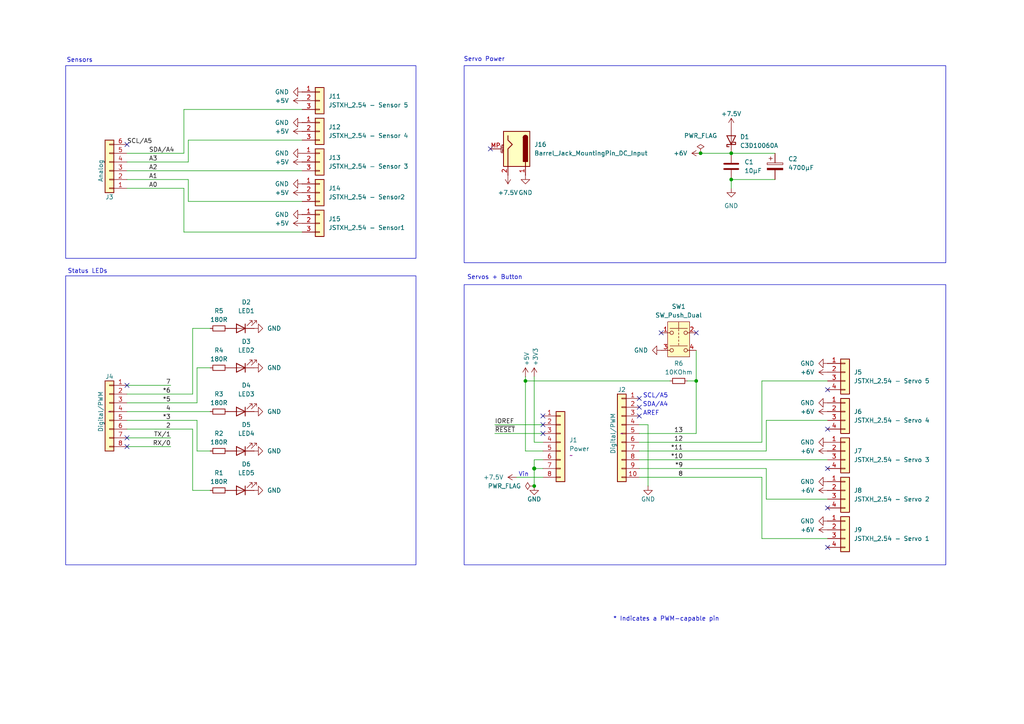
<source format=kicad_sch>
(kicad_sch (version 20250114) (generator "eeschema") (generator_version "9.0")
  (paper "A4")
  (title_block (title "Arduino Server and Sensor Sheield") (date "mar. 31 mars 2015") (rev "1.0"))
  (lib_symbols
    (symbol "Connector_Generic:Conn_01x03" (pin_names (offset 1.016) (hide yes))
      (property "Reference" "J" (at 0 5.08 0))
      (property "Value" "Conn_01x03" (at 0 -5.08 0))
      (symbol "Conn_01x03_1_1"
        (rectangle (start -1.27 3.81) (end 1.27 -3.81) (stroke (width 0.254)) (fill (type background)))
        (rectangle (start -1.27 2.667) (end 0 2.413) (stroke (width 0.1524)))
        (rectangle (start -1.27 0.127) (end 0 -0.127) (stroke (width 0.1524)))
        (rectangle (start -1.27 -2.413) (end 0 -2.667) (stroke (width 0.1524)))
        (pin passive line (at -5.08 2.54 0) (length 3.81) (name "Pin_1") (number "1"))
        (pin passive line (at -5.08 0 0) (length 3.81) (name "Pin_2") (number "2"))
        (pin passive line (at -5.08 -2.54 0) (length 3.81) (name "Pin_3") (number "3"))
      )
    )
    (symbol "Connector_Generic:Conn_01x04" (pin_names (offset 1.016) (hide yes))
      (property "Reference" "J" (at 0 5.08 0))
      (property "Value" "Conn_01x04" (at 0 -7.62 0))
      (symbol "Conn_01x04_1_1"
        (rectangle (start -1.27 3.81) (end 1.27 -6.35) (stroke (width 0.254)) (fill (type background)))
        (rectangle (start -1.27 2.667) (end 0 2.413) (stroke (width 0.1524)))
        (rectangle (start -1.27 0.127) (end 0 -0.127) (stroke (width 0.1524)))
        (rectangle (start -1.27 -2.413) (end 0 -2.667) (stroke (width 0.1524)))
        (rectangle (start -1.27 -4.953) (end 0 -5.207) (stroke (width 0.1524)))
        (pin passive line (at -5.08 2.54 0) (length 3.81) (name "Pin_1") (number "1"))
        (pin passive line (at -5.08 0 0) (length 3.81) (name "Pin_2") (number "2"))
        (pin passive line (at -5.08 -2.54 0) (length 3.81) (name "Pin_3") (number "3"))
        (pin passive line (at -5.08 -5.08 0) (length 3.81) (name "Pin_4") (number "4"))
      )
    )
    (symbol "Connector_Generic:Conn_01x06" (pin_names (offset 1.016) (hide yes))
      (property "Reference" "J" (at 0 7.62 0))
      (property "Value" "Conn_01x06" (at 0 -10.16 0))
      (symbol "Conn_01x06_1_1"
        (rectangle (start -1.27 6.35) (end 1.27 -8.89) (stroke (width 0.254)) (fill (type background)))
        (rectangle (start -1.27 5.207) (end 0 4.953) (stroke (width 0.1524)))
        (rectangle (start -1.27 2.667) (end 0 2.413) (stroke (width 0.1524)))
        (rectangle (start -1.27 0.127) (end 0 -0.127) (stroke (width 0.1524)))
        (rectangle (start -1.27 -2.413) (end 0 -2.667) (stroke (width 0.1524)))
        (rectangle (start -1.27 -4.953) (end 0 -5.207) (stroke (width 0.1524)))
        (rectangle (start -1.27 -7.493) (end 0 -7.747) (stroke (width 0.1524)))
        (pin passive line (at -5.08 5.08 0) (length 3.81) (name "Pin_1") (number "1"))
        (pin passive line (at -5.08 2.54 0) (length 3.81) (name "Pin_2") (number "2"))
        (pin passive line (at -5.08 0 0) (length 3.81) (name "Pin_3") (number "3"))
        (pin passive line (at -5.08 -2.54 0) (length 3.81) (name "Pin_4") (number "4"))
        (pin passive line (at -5.08 -5.08 0) (length 3.81) (name "Pin_5") (number "5"))
        (pin passive line (at -5.08 -7.62 0) (length 3.81) (name "Pin_6") (number "6"))
      )
    )
    (symbol "Connector_Generic:Conn_01x08" (pin_names (offset 1.016) (hide yes))
      (property "Reference" "J" (at 0 10.16 0))
      (property "Value" "Conn_01x08" (at 0 -12.7 0))
      (symbol "Conn_01x08_1_1"
        (rectangle (start -1.27 8.89) (end 1.27 -11.43) (stroke (width 0.254)) (fill (type background)))
        (rectangle (start -1.27 7.747) (end 0 7.493) (stroke (width 0.1524)))
        (rectangle (start -1.27 5.207) (end 0 4.953) (stroke (width 0.1524)))
        (rectangle (start -1.27 2.667) (end 0 2.413) (stroke (width 0.1524)))
        (rectangle (start -1.27 0.127) (end 0 -0.127) (stroke (width 0.1524)))
        (rectangle (start -1.27 -2.413) (end 0 -2.667) (stroke (width 0.1524)))
        (rectangle (start -1.27 -4.953) (end 0 -5.207) (stroke (width 0.1524)))
        (rectangle (start -1.27 -7.493) (end 0 -7.747) (stroke (width 0.1524)))
        (rectangle (start -1.27 -10.033) (end 0 -10.287) (stroke (width 0.1524)))
        (pin passive line (at -5.08 7.62 0) (length 3.81) (name "Pin_1") (number "1"))
        (pin passive line (at -5.08 5.08 0) (length 3.81) (name "Pin_2") (number "2"))
        (pin passive line (at -5.08 2.54 0) (length 3.81) (name "Pin_3") (number "3"))
        (pin passive line (at -5.08 0 0) (length 3.81) (name "Pin_4") (number "4"))
        (pin passive line (at -5.08 -2.54 0) (length 3.81) (name "Pin_5") (number "5"))
        (pin passive line (at -5.08 -5.08 0) (length 3.81) (name "Pin_6") (number "6"))
        (pin passive line (at -5.08 -7.62 0) (length 3.81) (name "Pin_7") (number "7"))
        (pin passive line (at -5.08 -10.16 0) (length 3.81) (name "Pin_8") (number "8"))
      )
    )
    (symbol "Connector_Generic:Conn_01x10" (pin_names (offset 1.016) (hide yes))
      (property "Reference" "J" (at 0 12.7 0))
      (property "Value" "Conn_01x10" (at 0 -15.24 0))
      (symbol "Conn_01x10_1_1"
        (rectangle (start -1.27 11.43) (end 1.27 -13.97) (stroke (width 0.254)) (fill (type background)))
        (rectangle (start -1.27 10.287) (end 0 10.033) (stroke (width 0.1524)))
        (rectangle (start -1.27 7.747) (end 0 7.493) (stroke (width 0.1524)))
        (rectangle (start -1.27 5.207) (end 0 4.953) (stroke (width 0.1524)))
        (rectangle (start -1.27 2.667) (end 0 2.413) (stroke (width 0.1524)))
        (rectangle (start -1.27 0.127) (end 0 -0.127) (stroke (width 0.1524)))
        (rectangle (start -1.27 -2.413) (end 0 -2.667) (stroke (width 0.1524)))
        (rectangle (start -1.27 -4.953) (end 0 -5.207) (stroke (width 0.1524)))
        (rectangle (start -1.27 -7.493) (end 0 -7.747) (stroke (width 0.1524)))
        (rectangle (start -1.27 -10.033) (end 0 -10.287) (stroke (width 0.1524)))
        (rectangle (start -1.27 -12.573) (end 0 -12.827) (stroke (width 0.1524)))
        (pin passive line (at -5.08 10.16 0) (length 3.81) (name "Pin_1") (number "1"))
        (pin passive line (at -5.08 7.62 0) (length 3.81) (name "Pin_2") (number "2"))
        (pin passive line (at -5.08 5.08 0) (length 3.81) (name "Pin_3") (number "3"))
        (pin passive line (at -5.08 2.54 0) (length 3.81) (name "Pin_4") (number "4"))
        (pin passive line (at -5.08 0 0) (length 3.81) (name "Pin_5") (number "5"))
        (pin passive line (at -5.08 -2.54 0) (length 3.81) (name "Pin_6") (number "6"))
        (pin passive line (at -5.08 -5.08 0) (length 3.81) (name "Pin_7") (number "7"))
        (pin passive line (at -5.08 -7.62 0) (length 3.81) (name "Pin_8") (number "8"))
        (pin passive line (at -5.08 -10.16 0) (length 3.81) (name "Pin_9") (number "9"))
        (pin passive line (at -5.08 -12.7 0) (length 3.81) (name "Pin_10") (number "10"))
      )
    )
    (symbol "Device:C" (pin_numbers (hide yes)) (pin_names (offset 0.254))
      (property "Reference" "C" (at 0.635 2.54 0))
      (property "Value" "C" (at 0.635 -2.54 0))
      (symbol "C_0_1"
        (polyline (pts (xy -2.032 0.762) (xy 2.032 0.762)) (stroke (width 0.508)))
        (polyline (pts (xy -2.032 -0.762) (xy 2.032 -0.762)) (stroke (width 0.508)))
      )
      (symbol "C_1_1"
        (pin passive line (at 0 3.81 270) (length 2.794) (name "~") (number "1"))
        (pin passive line (at 0 -3.81 90) (length 2.794) (name "~") (number "2"))
      )
    )
    (symbol "Device:C_Polarized" (pin_numbers (hide yes)) (pin_names (offset 0.254))
      (property "Reference" "C" (at 0.635 2.54 0))
      (property "Value" "C_Polarized" (at 0.635 -2.54 0))
      (symbol "C_Polarized_0_1"
        (rectangle (start -2.286 0.508) (end 2.286 1.016))
        (polyline (pts (xy -1.778 2.286) (xy -0.762 2.286)))
        (polyline (pts (xy -1.27 2.794) (xy -1.27 1.778)))
        (rectangle (start 2.286 -0.508) (end -2.286 -1.016) (fill (type outline)))
      )
      (symbol "C_Polarized_1_1"
        (pin passive line (at 0 3.81 270) (length 2.794) (name "~") (number "1"))
        (pin passive line (at 0 -3.81 90) (length 2.794) (name "~") (number "2"))
      )
    )
    (symbol "Device:LED" (pin_numbers (hide yes)) (pin_names (offset 1.016) (hide yes))
      (property "Reference" "D" (at 0 2.54 0))
      (property "Value" "LED" (at 0 -2.54 0))
      (symbol "LED_0_1"
        (polyline (pts (xy -3.048 -0.762) (xy -4.572 -2.286) (xy -3.81 -2.286) (xy -4.572 -2.286) (xy -4.572 -1.524)))
        (polyline (pts (xy -1.778 -0.762) (xy -3.302 -2.286) (xy -2.54 -2.286) (xy -3.302 -2.286) (xy -3.302 -1.524)))
        (polyline (pts (xy -1.27 0) (xy 1.27 0)))
        (polyline (pts (xy -1.27 -1.27) (xy -1.27 1.27)) (stroke (width 0.254)))
        (polyline (pts (xy 1.27 -1.27) (xy 1.27 1.27) (xy -1.27 0) (xy 1.27 -1.27)) (stroke (width 0.254)))
      )
      (symbol "LED_1_1"
        (pin passive line (at -3.81 0 0) (length 2.54) (name "K") (number "1"))
        (pin passive line (at 3.81 0 180) (length 2.54) (name "A") (number "2"))
      )
    )
    (symbol "Device:R_Small" (pin_numbers (hide yes)) (pin_names (offset 0.254) (hide yes))
      (property "Reference" "R" (at 0.762 0.508 0))
      (property "Value" "R_Small" (at 0.762 -1.016 0))
      (symbol "R_Small_0_1"
        (rectangle (start -0.762 1.778) (end 0.762 -1.778) (stroke (width 0.2032)))
      )
      (symbol "R_Small_1_1"
        (pin passive line (at 0 2.54 270) (length 0.762) (name "~") (number "1"))
        (pin passive line (at 0 -2.54 90) (length 0.762) (name "~") (number "2"))
      )
    )
    (symbol "Diode:C3D10060A" (pin_numbers (hide yes)) (pin_names (offset 1.016) (hide yes))
      (property "Reference" "D" (at 0 2.54 0))
      (property "Value" "C3D10060A" (at 0 -2.54 0))
      (symbol "C3D10060A_0_1"
        (polyline (pts (xy -1.905 0.635) (xy -1.905 1.27) (xy -1.27 1.27) (xy -1.27 -1.27) (xy -0.635 -1.27) (xy -0.635 -0.635)) (stroke (width 0.254)))
        (polyline (pts (xy 1.27 1.27) (xy 1.27 -1.27) (xy -1.27 0) (xy 1.27 1.27)) (stroke (width 0.254)))
        (polyline (pts (xy 1.27 0) (xy -1.27 0)))
      )
      (symbol "C3D10060A_1_1"
        (pin passive line (at -3.81 0 0) (length 2.54) (name "K") (number "1"))
        (pin passive line (at 3.81 0 180) (length 2.54) (name "A") (number "2"))
      )
    )
    (symbol "Project_Library:Barrel_Jack_MountingPin_DC_Input" (pin_names (hide yes))
      (property "Reference" "J10" (at -1.2701 5.08 90))
      (property "Value" "Barrel_Jack_MountingPin_DC_Input" (at 1.2699 5.08 90))
      (symbol "Barrel_Jack_MountingPin_DC_Input_0_1"
        (rectangle (start -5.08 3.81) (end 5.08 -3.81) (stroke (width 0.254)) (fill (type background)))
        (polyline (pts (xy -3.81 -2.54) (xy -2.54 -2.54) (xy -1.27 -1.27) (xy 0 -2.54) (xy 2.54 -2.54) (xy 5.08 -2.54)) (stroke (width 0.254)))
        (arc (start -3.302 1.905) (mid -3.9343 2.54) (end -3.302 3.175) (stroke (width 0.254)))
        (arc (start -3.302 1.905) (mid -3.9343 2.54) (end -3.302 3.175) (stroke (width 0.254)) (fill (type outline)))
        (rectangle (start 3.683 3.175) (end -3.302 1.905) (stroke (width 0.254)) (fill (type outline)))
        (polyline (pts (xy 5.08 2.54) (xy 3.81 2.54)) (stroke (width 0.254)))
      )
      (symbol "Barrel_Jack_MountingPin_DC_Input_1_1"
        (polyline (pts (xy -1.016 -4.572) (xy 1.016 -4.572)) (stroke (width 0.1524)))
        (text "Mounting" (at 0 -4.191 0) (effects (font (size 0.381 0.381))))
        (pin passive line (at 0 -7.62 90) (length 3.048) (name "MountPin") (number "MP"))
        (pin passive line (at 7.62 2.54 180) (length 2.54) (name "~") (number "1"))
        (pin power_out line (at 7.62 -2.54 180) (length 2.54) (name "~") (number "2"))
      )
    )
    (symbol "Project_Library:Conn_01x08" (pin_names (offset 1.016) (hide yes))
      (property "Reference" "J1" (at 0 10.16 0))
      (property "Value" "Power" (at 2.54 0 90))
      (property "Datasheet" "~" (at 0 0 0))
      (symbol "Conn_01x08_1_1"
        (rectangle (start -1.27 8.89) (end 1.27 -11.43) (stroke (width 0.254)) (fill (type background)))
        (rectangle (start -1.27 7.747) (end 0 7.493) (stroke (width 0.1524)))
        (rectangle (start -1.27 5.207) (end 0 4.953) (stroke (width 0.1524)))
        (rectangle (start -1.27 2.667) (end 0 2.413) (stroke (width 0.1524)))
        (rectangle (start -1.27 0.127) (end 0 -0.127) (stroke (width 0.1524)))
        (rectangle (start -1.27 -2.413) (end 0 -2.667) (stroke (width 0.1524)))
        (rectangle (start -1.27 -4.953) (end 0 -5.207) (stroke (width 0.1524)))
        (rectangle (start -1.27 -7.493) (end 0 -7.747) (stroke (width 0.1524)))
        (rectangle (start -1.27 -10.033) (end 0 -10.287) (stroke (width 0.1524)))
        (pin passive line (at -5.08 7.62 0) (length 3.81) (name "Pin_1") (number "1"))
        (pin passive line (at -5.08 5.08 0) (length 3.81) (name "Pin_2") (number "2"))
        (pin passive line (at -5.08 2.54 0) (length 3.81) (name "Pin_3") (number "3"))
        (pin power_out line (at -5.08 0 0) (length 3.81) (name "Pin_4") (number "4"))
        (pin power_out line (at -5.08 -2.54 0) (length 3.81) (name "Pin_5") (number "5"))
        (pin power_in line (at -5.08 -5.08 0) (length 3.81) (name "Pin_6") (number "6"))
        (pin power_in line (at -5.08 -7.62 0) (length 3.81) (name "Pin_7") (number "7"))
        (pin passive line (at -5.08 -10.16 0) (length 3.81) (name "Pin_8") (number "8"))
      )
    )
    (symbol "Switch:SW_Push_Dual" (pin_names (offset 1.016) (hide yes))
      (property "Reference" "SW" (at 0 7.62 0))
      (property "Value" "SW_Push_Dual" (at 0 -6.35 0))
      (symbol "SW_Push_Dual_0_1"
        (circle (center -2.032 2.54) (radius 0.508))
        (circle (center -2.032 -2.54) (radius 0.508))
        (polyline (pts (xy 0 3.81) (xy 0 5.588)))
        (polyline (pts (xy 0 3.048) (xy 0 3.556)))
        (polyline (pts (xy 0 2.032) (xy 0 2.54)))
        (polyline (pts (xy 0 1.016) (xy 0 1.524)))
        (polyline (pts (xy 0 0.508) (xy 0 0)))
        (polyline (pts (xy 0 -0.508) (xy 0 -1.016)))
        (circle (center 2.032 2.54) (radius 0.508))
        (circle (center 2.032 -2.54) (radius 0.508))
        (polyline (pts (xy 2.54 3.81) (xy -2.54 3.81)))
        (polyline (pts (xy 2.54 -1.27) (xy -2.54 -1.27)))
        (pin passive line (at -5.08 2.54 0) (length 2.54) (name "1") (number "1"))
        (pin passive line (at -5.08 -2.54 0) (length 2.54) (name "3") (number "3"))
        (pin passive line (at 5.08 2.54 180) (length 2.54) (name "2") (number "2"))
        (pin passive line (at 5.08 -2.54 180) (length 2.54) (name "4") (number "4"))
      )
      (symbol "SW_Push_Dual_1_1"
        (rectangle (start -3.175 5.715) (end 3.175 -4.445) (fill (type background)))
      )
    )
    (symbol "power:+3V3" (power) (pin_numbers (hide yes)) (pin_names (offset 0) (hide yes))
      (property "Value" "+3V3" (at 0 3.556 0))
      (symbol "+3V3_0_1"
        (polyline (pts (xy -0.762 1.27) (xy 0 2.54)))
        (polyline (pts (xy 0 2.54) (xy 0.762 1.27)))
        (polyline (pts (xy 0 0) (xy 0 2.54)))
      )
      (symbol "+3V3_1_1"
        (pin power_in line (at 0 0 90) (length 0) (name "~") (number "1"))
      )
    )
    (symbol "power:+5V" (power) (pin_numbers (hide yes)) (pin_names (offset 0) (hide yes))
      (property "Value" "+5V" (at 0 3.556 0))
      (symbol "+5V_0_1"
        (polyline (pts (xy -0.762 1.27) (xy 0 2.54)))
        (polyline (pts (xy 0 2.54) (xy 0.762 1.27)))
        (polyline (pts (xy 0 0) (xy 0 2.54)))
      )
      (symbol "+5V_1_1"
        (pin power_in line (at 0 0 90) (length 0) (name "~") (number "1"))
      )
    )
    (symbol "power:+6V" (power) (pin_numbers (hide yes)) (pin_names (offset 0) (hide yes))
      (property "Value" "+6V" (at 0 3.556 0))
      (symbol "+6V_0_1"
        (polyline (pts (xy -0.762 1.27) (xy 0 2.54)))
        (polyline (pts (xy 0 2.54) (xy 0.762 1.27)))
        (polyline (pts (xy 0 0) (xy 0 2.54)))
      )
      (symbol "+6V_1_1"
        (pin power_in line (at 0 0 90) (length 0) (name "~") (number "1"))
      )
    )
    (symbol "power:+7.5V" (power) (pin_numbers (hide yes)) (pin_names (offset 0) (hide yes))
      (property "Value" "+7.5V" (at 0 3.556 0))
      (symbol "+7.5V_0_1"
        (polyline (pts (xy -0.762 1.27) (xy 0 2.54)))
        (polyline (pts (xy 0 2.54) (xy 0.762 1.27)))
        (polyline (pts (xy 0 0) (xy 0 2.54)))
      )
      (symbol "+7.5V_1_1"
        (pin power_in line (at 0 0 90) (length 0) (name "~") (number "1"))
      )
    )
    (symbol "power:GND" (power) (pin_numbers (hide yes)) (pin_names (offset 0) (hide yes))
      (property "Value" "GND" (at 0 -3.81 0))
      (symbol "GND_0_1"
        (polyline (pts (xy 0 0) (xy 0 -1.27) (xy 1.27 -1.27) (xy 0 -2.54) (xy -1.27 -1.27) (xy 0 -1.27)))
      )
      (symbol "GND_1_1"
        (pin power_in line (at 0 0 270) (length 0) (name "~") (number "1"))
      )
    )
    (symbol "power:PWR_FLAG" (power) (pin_numbers (hide yes)) (pin_names (offset 0) (hide yes))
      (property "Value" "PWR_FLAG" (at 0 3.81 0))
      (symbol "PWR_FLAG_0_0"
        (pin power_out line (at 0 0 90) (length 0) (name "~") (number "1"))
      )
      (symbol "PWR_FLAG_0_1"
        (polyline (pts (xy 0 0) (xy 0 1.27) (xy -1.016 1.905) (xy 0 2.54) (xy 1.016 1.905) (xy 0 1.27)))
      )
    )
  )
  (rectangle (start 134.62 19.05) (end 274.32 76.2))
  (rectangle (start 19.05 19.05) (end 120.65 74.93))
  (rectangle (start 134.62 82.55) (end 274.32 163.83))
  (rectangle (start 19.05 80.01) (end 120.65 163.83))
  (text "SDA/A4" (at 193.802 118.11 0) (effects (font (size 1.27 1.27)) (justify right bottom)))
  (text "Vin" (at 153.416 138.43 0) (effects (font (size 1.27 1.27)) (justify right bottom)))
  (text "Sensors" (at 23.114 17.526 0) (effects (font (size 1.27 1.27))))
  (text "Servo Power\n" (at 140.462 17.272 0) (effects (font (size 1.27 1.27))))
  (text "Servos + Button\n" (at 143.51 80.518 0) (effects (font (size 1.27 1.27))))
  (text "Status LEDs" (at 25.4 78.74 0) (effects (font (size 1.27 1.27))))
  (text "* Indicates a PWM-capable pin" (at 177.8 180.34 0) (effects (font (size 1.27 1.27)) (justify left bottom)))
  (text "AREF" (at 191.262 120.65 0) (effects (font (size 1.27 1.27)) (justify right bottom)))
  (text "SCL/A5" (at 193.802 115.57 0) (effects (font (size 1.27 1.27)) (justify right bottom)))
  (junction (at 212.09 44.45))
  (junction (at 154.94 140.97))
  (junction (at 154.94 135.89) (diameter 1.016))
  (junction (at 212.09 52.07))
  (junction (at 201.93 110.49))
  (junction (at 152.4 110.49))
  (junction (at 203.2 44.45))
  (no_connect (at 240.03 124.46))
  (no_connect (at 201.93 96.52))
  (no_connect (at 157.48 123.19))
  (no_connect (at 240.03 135.89))
  (no_connect (at 185.42 118.11))
  (no_connect (at 36.83 129.54))
  (no_connect (at 240.03 158.75))
  (no_connect (at 240.03 113.03))
  (no_connect (at 185.42 115.57))
  (no_connect (at 36.83 41.91))
  (no_connect (at 36.83 111.76))
  (no_connect (at 36.83 127))
  (no_connect (at 185.42 120.65))
  (no_connect (at 142.24 43.18))
  (no_connect (at 157.48 120.65))
  (no_connect (at 240.03 147.32))
  (no_connect (at 191.77 96.52))
  (no_connect (at 157.48 125.73))
  (wire (pts (xy 36.83 129.54) (xy 49.53 129.54)))
  (wire (pts (xy 57.15 130.81) (xy 60.96 130.81)))
  (wire (pts (xy 185.42 135.89) (xy 222.25 135.89)))
  (wire (pts (xy 222.25 121.92) (xy 240.03 121.92)))
  (wire (pts (xy 53.34 31.75) (xy 53.34 44.45)))
  (wire (pts (xy 154.94 133.35) (xy 154.94 135.89)))
  (wire (pts (xy 57.15 121.92) (xy 57.15 130.81)))
  (wire (pts (xy 201.93 110.49) (xy 201.93 125.73)))
  (wire (pts (xy 201.93 110.49) (xy 199.39 110.49)))
  (wire (pts (xy 152.4 110.49) (xy 152.4 130.81)))
  (wire (pts (xy 154.94 135.89) (xy 154.94 140.97)))
  (wire (pts (xy 157.48 128.27) (xy 154.94 128.27)))
  (wire (pts (xy 152.4 130.81) (xy 157.48 130.81)))
  (wire (pts (xy 152.4 109.22) (xy 152.4 110.49)))
  (wire (pts (xy 185.42 125.73) (xy 201.93 125.73)))
  (wire (pts (xy 185.42 128.27) (xy 220.98 128.27)))
  (wire (pts (xy 185.42 130.81) (xy 222.25 130.81)))
  (wire (pts (xy 154.94 109.22) (xy 154.94 128.27)))
  (wire (pts (xy 36.83 111.76) (xy 49.53 111.76)))
  (wire (pts (xy 220.98 110.49) (xy 240.03 110.49)))
  (wire (pts (xy 55.88 124.46) (xy 36.83 124.46)))
  (wire (pts (xy 55.88 142.24) (xy 55.88 124.46)))
  (wire (pts (xy 36.83 114.3) (xy 55.88 114.3)))
  (wire (pts (xy 36.83 46.99) (xy 54.61 46.99)))
  (wire (pts (xy 220.98 138.43) (xy 220.98 156.21)))
  (wire (pts (xy 220.98 128.27) (xy 220.98 110.49)))
  (wire (pts (xy 54.61 58.42) (xy 54.61 52.07)))
  (wire (pts (xy 222.25 144.78) (xy 240.03 144.78)))
  (wire (pts (xy 36.83 44.45) (xy 53.34 44.45)))
  (wire (pts (xy 185.42 138.43) (xy 220.98 138.43)))
  (wire (pts (xy 55.88 95.25) (xy 60.96 95.25)))
  (wire (pts (xy 36.83 119.38) (xy 60.96 119.38)))
  (wire (pts (xy 143.51 123.19) (xy 157.48 123.19)))
  (wire (pts (xy 55.88 114.3) (xy 55.88 95.25)))
  (wire (pts (xy 222.25 130.81) (xy 222.25 121.92)))
  (wire (pts (xy 53.34 31.75) (xy 87.63 31.75)))
  (wire (pts (xy 36.83 52.07) (xy 54.61 52.07)))
  (wire (pts (xy 187.96 123.19) (xy 187.96 140.97)))
  (wire (pts (xy 220.98 156.21) (xy 240.03 156.21)))
  (wire (pts (xy 57.15 116.84) (xy 57.15 106.68)))
  (wire (pts (xy 54.61 40.64) (xy 54.61 46.99)))
  (wire (pts (xy 143.51 125.73) (xy 157.48 125.73)))
  (wire (pts (xy 157.48 135.89) (xy 154.94 135.89)))
  (wire (pts (xy 53.34 67.31) (xy 87.63 67.31)))
  (wire (pts (xy 157.48 138.43) (xy 149.86 138.43)))
  (wire (pts (xy 224.79 44.45) (xy 212.09 44.45)))
  (wire (pts (xy 185.42 133.35) (xy 240.03 133.35)))
  (wire (pts (xy 54.61 58.42) (xy 87.63 58.42)))
  (wire (pts (xy 212.09 52.07) (xy 212.09 54.61)))
  (wire (pts (xy 222.25 135.89) (xy 222.25 144.78)))
  (wire (pts (xy 201.93 101.6) (xy 201.93 110.49)))
  (wire (pts (xy 185.42 123.19) (xy 187.96 123.19)))
  (wire (pts (xy 36.83 49.53) (xy 87.63 49.53)))
  (wire (pts (xy 157.48 133.35) (xy 154.94 133.35)))
  (wire (pts (xy 36.83 116.84) (xy 57.15 116.84)))
  (wire (pts (xy 152.4 110.49) (xy 194.31 110.49)))
  (wire (pts (xy 212.09 52.07) (xy 224.79 52.07)))
  (wire (pts (xy 36.83 54.61) (xy 53.34 54.61)))
  (wire (pts (xy 203.2 44.45) (xy 212.09 44.45)))
  (wire (pts (xy 55.88 142.24) (xy 60.96 142.24)))
  (wire (pts (xy 36.83 121.92) (xy 57.15 121.92)))
  (wire (pts (xy 53.34 67.31) (xy 53.34 54.61)))
  (wire (pts (xy 57.15 106.68) (xy 60.96 106.68)))
  (wire (pts (xy 36.83 127) (xy 49.53 127)))
  (wire (pts (xy 54.61 40.64) (xy 87.63 40.64)))
  (label "RX{slash}0" (at 49.53 129.54 180))
  (label "A2" (at 43.18 49.53 0))
  (label "4" (at 49.53 119.38 180))
  (label "2" (at 49.53 124.46 180))
  (label "A3" (at 43.18 46.99 0))
  (label "13" (at 198.12 125.73 180))
  (label "12" (at 198.12 128.27 180))
  (label "~{RESET}" (at 143.51 125.73 0))
  (label "*10" (at 198.12 133.35 180))
  (label "7" (at 49.53 111.76 180))
  (label "8" (at 198.12 138.43 180))
  (label "*11" (at 198.12 130.81 180))
  (label "*3" (at 49.53 121.92 180))
  (label "A1" (at 43.18 52.07 0))
  (label "TX{slash}1" (at 49.53 127 180))
  (label "A0" (at 43.18 54.61 0))
  (label "*6" (at 49.53 114.3 180))
  (label "*9" (at 198.12 135.89 180))
  (label "SDA{slash}A4" (at 43.18 44.45 0))
  (label "*5" (at 49.53 116.84 180))
  (label "IOREF" (at 143.51 123.19 0))
  (label "SCL{slash}A5" (at 36.83 41.91 0))
  (symbol (lib_id "power:+3V3") (at 154.94 109.22 0) (unit 1)
    (property "Reference" "#PWR03" (effects (hide yes)))
    (property "Value" "+3V3" (at 155.321 106.172 90) (effects (justify left)))
    (property "Description" "Power symbol creates a global label with name \"+3V3\"" (effects (hide yes)))
  )
  (symbol (lib_id "power:+5V") (at 152.4 109.22 0) (unit 1)
    (property "Reference" "#PWR02" (effects (hide yes)))
    (property "Value" "+5V" (at 152.7556 106.172 90) (effects (justify left)))
    (property "Description" "Power symbol creates a global label with name \"+5V\"" (effects (hide yes)))
  )
  (symbol (lib_id "power:GND") (at 154.94 140.97 0) (unit 1)
    (property "Reference" "#PWR04" (effects (hide yes)))
    (property "Value" "GND" (at 154.94 144.78 0))
    (property "Description" "Power symbol creates a global label with name \"GND\" , ground" (effects (hide yes)))
  )
  (symbol (lib_id "Connector_Generic:Conn_01x10") (at 180.34 125.73 0) (mirror y) (unit 1)
    (property "Reference" "J2" (at 180.34 113.03 0))
    (property "Value" "Digital/PWM" (at 177.8 125.73 90))
    (property "Footprint" "Connector_PinSocket_2.54mm:PinSocket_1x10_P2.54mm_Vertical" (effects (hide yes)))
    (property "Datasheet" "~" (at 180.34 125.73 0))
    (property "Description" "Generic connector, single row, 01x10, script generated (kicad-library-utils/schlib/autogen/connector/)" (effects (hide yes)))
    (property "Sim.Device" "TLINE" (effects (hide yes)))
    (property "Sim.Pins" "1=1+ 2=1- 3=2+ 4=2-" (effects (hide yes)))
  )
  (symbol (lib_id "power:GND") (at 187.96 140.97 0) (unit 1)
    (property "Reference" "#PWR05" (effects (hide yes)))
    (property "Value" "GND" (at 187.96 144.78 0))
    (property "Description" "Power symbol creates a global label with name \"GND\" , ground" (effects (hide yes)))
  )
  (symbol (lib_id "Connector_Generic:Conn_01x06") (at 31.75 49.53 180) (unit 1)
    (property "Reference" "J3" (at 31.75 57.15 0))
    (property "Value" "Analog" (at 29.21 49.53 90))
    (property "Footprint" "Connector_PinSocket_2.54mm:PinSocket_1x06_P2.54mm_Vertical" (effects (hide yes)))
    (property "Description" "Generic connector, single row, 01x06, script generated (kicad-library-utils/schlib/autogen/connector/)" (effects (hide yes)))
    (property "Sim.Device" "TLINE" (effects (hide yes)))
    (property "Sim.Pins" "1=1+ 2=1- 3=2+ 4=2-" (effects (hide yes)))
  )
  (symbol (lib_id "Connector_Generic:Conn_01x08") (at 31.75 119.38 0) (mirror y) (unit 1)
    (property "Reference" "J4" (at 31.75 109.22 0))
    (property "Value" "Digital/PWM" (at 29.21 119.38 90))
    (property "Footprint" "Connector_PinSocket_2.54mm:PinSocket_1x08_P2.54mm_Vertical" (effects (hide yes)))
    (property "Datasheet" "~" (at 31.75 119.38 0))
    (property "Description" "Generic connector, single row, 01x08, script generated (kicad-library-utils/schlib/autogen/connector/)" (effects (hide yes)))
    (property "Sim.Device" "TLINE" (effects (hide yes)))
    (property "Sim.Pins" "1=1+ 2=1- 3=2+ 4=2-" (effects (hide yes)))
  )
  (symbol (lib_id "power:+6V") (at 240.03 153.67 90) (unit 1)
    (property "Reference" "#PWR033" (effects (hide yes)))
    (property "Value" "+6V" (at 236.22 153.6699 90) (effects (justify left)))
    (property "Description" "Power symbol creates a global label with name \"+6V\"" (effects (hide yes)))
  )
  (symbol (lib_id "power:GND") (at 73.66 95.25 90) (unit 1)
    (property "Reference" "#PWR021" (effects (hide yes)))
    (property "Value" "GND" (at 77.47 95.2499 90) (effects (justify right)))
    (property "Description" "Power symbol creates a global label with name \"GND\" , ground" (effects (hide yes)))
  )
  (symbol (lib_id "power:GND") (at 212.09 54.61 0) (unit 1)
    (property "Reference" "#PWR07" (effects (hide yes)))
    (property "Value" "GND" (at 212.09 59.69 0))
    (property "Description" "Power symbol creates a global label with name \"GND\" , ground" (effects (hide yes)))
  )
  (symbol (lib_id "power:+5V") (at 87.63 46.99 90) (unit 1)
    (property "Reference" "#PWR016" (effects (hide yes)))
    (property "Value" "+5V" (at 83.82 46.9899 90) (effects (justify left)))
    (property "Description" "Power symbol creates a global label with name \"+5V\"" (effects (hide yes)))
  )
  (symbol (lib_id "Device:R_Small") (at 63.5 95.25 270) (unit 1)
    (property "Reference" "R5" (at 63.5 90.17 90))
    (property "Value" "180R" (at 63.5 92.71 90))
    (property "Description" "Resistor, small symbol" (effects (hide yes)))
  )
  (symbol (lib_id "power:+5V") (at 87.63 29.21 90) (unit 1)
    (property "Reference" "#PWR06" (effects (hide yes)))
    (property "Value" "+5V" (at 83.82 29.2099 90) (effects (justify left)))
    (property "Description" "Power symbol creates a global label with name \"+5V\"" (effects (hide yes)))
  )
  (symbol (lib_id "Connector_Generic:Conn_01x03") (at 92.71 38.1 0) (unit 1)
    (property "Reference" "J12" (at 95.25 36.8299 0) (effects (justify left)))
    (property "Value" "JSTXH_2.54 - Sensor 4" (at 95.25 39.3699 0) (effects (justify left)))
    (property "Description" "Generic connector, single row, 01x03, script generated (kicad-library-utils/schlib/autogen/connector/)" (effects (hide yes)))
    (property "Sim.Device" "TLINE" (effects (hide yes)))
    (property "Sim.Pins" "1=1+ 2=1- 3=2+" (effects (hide yes)))
  )
  (symbol (lib_id "Device:LED") (at 69.85 130.81 180) (unit 1)
    (property "Reference" "D5" (at 71.4375 123.19 0))
    (property "Value" "LED4" (at 71.4375 125.73 0))
    (property "Description" "Light emitting diode" (effects (hide yes)))
    (property "Sim.Pins" "1=A 2=K" (effects (hide yes)))
    (property "Sim.Device" "D" (effects (hide yes)))
  )
  (symbol (lib_id "Device:LED") (at 69.85 106.68 180) (unit 1)
    (property "Reference" "D3" (at 71.4375 99.06 0))
    (property "Value" "LED2" (at 71.4375 101.6 0))
    (property "Description" "Light emitting diode" (effects (hide yes)))
    (property "Sim.Pins" "1=A 2=K" (effects (hide yes)))
    (property "Sim.Device" "D" (effects (hide yes)))
  )
  (symbol (lib_id "Connector_Generic:Conn_01x03") (at 92.71 29.21 0) (unit 1)
    (property "Reference" "J11" (at 95.25 27.9399 0) (effects (justify left)))
    (property "Value" "JSTXH_2.54 - Sensor 5" (at 95.25 30.4799 0) (effects (justify left)))
    (property "Description" "Generic connector, single row, 01x03, script generated (kicad-library-utils/schlib/autogen/connector/)" (effects (hide yes)))
    (property "Sim.Device" "TLINE" (effects (hide yes)))
    (property "Sim.Pins" "1=1+ 2=1- 3=2+" (effects (hide yes)))
  )
  (symbol (lib_id "Project_Library:Barrel_Jack_MountingPin_DC_Input") (at 149.86 43.18 270) (unit 1)
    (property "Reference" "J16" (at 154.94 41.9099 90) (effects (justify left)))
    (property "Value" "Barrel_Jack_MountingPin_DC_Input" (at 154.94 44.4499 90) (effects (justify left)))
    (property "Description" "DC Barrel Jack with a mounting pin" (effects (hide yes)))
    (property "Sim.Device" "V" (effects (hide yes)))
    (property "Sim.Type" "DC" (effects (hide yes)))
    (property "Sim.Pins" "1=+ 2=-" (effects (hide yes)))
    (property "Sim.Params" "dc=7.5" (effects (hide yes)))
  )
  (symbol (lib_id "Device:R_Small") (at 63.5 119.38 270) (unit 1)
    (property "Reference" "R3" (at 63.5 114.3 90))
    (property "Value" "180R" (at 63.5 116.84 90))
    (property "Description" "Resistor, small symbol" (effects (hide yes)))
  )
  (symbol (lib_id "power:GND") (at 87.63 62.23 270) (unit 1)
    (property "Reference" "#PWR019" (effects (hide yes)))
    (property "Value" "GND" (at 83.82 62.2299 90) (effects (justify right)))
    (property "Description" "Power symbol creates a global label with name \"GND\" , ground" (effects (hide yes)))
  )
  (symbol (lib_id "power:GND") (at 73.66 119.38 90) (unit 1)
    (property "Reference" "#PWR023" (effects (hide yes)))
    (property "Value" "GND" (at 77.47 119.3799 90) (effects (justify right)))
    (property "Description" "Power symbol creates a global label with name \"GND\" , ground" (effects (hide yes)))
  )
  (symbol (lib_id "Device:R_Small") (at 63.5 142.24 270) (unit 1)
    (property "Reference" "R1" (at 63.5 137.16 90))
    (property "Value" "180R" (at 63.5 139.7 90))
    (property "Description" "Resistor, small symbol" (effects (hide yes)))
  )
  (symbol (lib_id "power:GND") (at 240.03 139.7 270) (unit 1)
    (property "Reference" "#PWR036" (effects (hide yes)))
    (property "Value" "GND" (at 236.22 139.6999 90) (effects (justify right)))
    (property "Description" "Power symbol creates a global label with name \"GND\" , ground" (effects (hide yes)))
  )
  (symbol (lib_id "power:+7.5V") (at 147.32 50.8 180) (unit 1)
    (property "Reference" "#PWR08" (effects (hide yes)))
    (property "Value" "+7.5V" (at 147.32 55.88 0))
    (property "Description" "Power symbol creates a global label with name \"+7.5V\"" (effects (hide yes)))
  )
  (symbol (lib_id "power:+6V") (at 240.03 130.81 90) (unit 1)
    (property "Reference" "#PWR031" (effects (hide yes)))
    (property "Value" "+6V" (at 236.22 130.8099 90) (effects (justify left)))
    (property "Description" "Power symbol creates a global label with name \"+6V\"" (effects (hide yes)))
  )
  (symbol (lib_id "Connector_Generic:Conn_01x04") (at 245.11 142.24 0) (unit 1)
    (property "Reference" "J8" (at 247.65 142.2399 0) (effects (justify left)))
    (property "Value" "JSTXH_2.54 - Servo 2" (at 247.65 144.7799 0) (effects (justify left)))
    (property "Description" "Generic connector, single row, 01x04, script generated (kicad-library-utils/schlib/autogen/connector/)" (effects (hide yes)))
    (property "Sim.Device" "TLINE" (effects (hide yes)))
    (property "Sim.Pins" "1=1+ 2=1- 3=2+ 4=2-" (effects (hide yes)))
  )
  (symbol (lib_id "Connector_Generic:Conn_01x03") (at 92.71 55.88 0) (unit 1)
    (property "Reference" "J14" (at 95.25 54.6099 0) (effects (justify left)))
    (property "Value" "JSTXH_2.54 - Sensor2" (at 95.25 57.1499 0) (effects (justify left)))
    (property "Description" "Generic connector, single row, 01x03, script generated (kicad-library-utils/schlib/autogen/connector/)" (effects (hide yes)))
    (property "Sim.Device" "TLINE" (effects (hide yes)))
    (property "Sim.Pins" "1=1+ 2=1- 3=2+" (effects (hide yes)))
  )
  (symbol (lib_id "Device:LED") (at 69.85 95.25 180) (unit 1)
    (property "Reference" "D2" (at 71.4375 87.63 0))
    (property "Value" "LED1" (at 71.4375 90.17 0))
    (property "Description" "Light emitting diode" (effects (hide yes)))
    (property "Sim.Pins" "1=A 2=K" (effects (hide yes)))
    (property "Sim.Device" "D" (effects (hide yes)))
  )
  (symbol (lib_id "Device:LED") (at 69.85 142.24 180) (unit 1)
    (property "Reference" "D6" (at 71.4375 134.62 0))
    (property "Value" "LED5" (at 71.4375 137.16 0))
    (property "Description" "Light emitting diode" (effects (hide yes)))
    (property "Sim.Pins" "1=A 2=K" (effects (hide yes)))
    (property "Sim.Device" "D" (effects (hide yes)))
  )
  (symbol (lib_id "Connector_Generic:Conn_01x04") (at 245.11 119.38 0) (unit 1)
    (property "Reference" "J6" (at 247.65 119.3799 0) (effects (justify left)))
    (property "Value" "JSTXH_2.54 - Servo 4" (at 247.65 121.9199 0) (effects (justify left)))
    (property "Description" "Generic connector, single row, 01x04, script generated (kicad-library-utils/schlib/autogen/connector/)" (effects (hide yes)))
    (property "Sim.Device" "TLINE" (effects (hide yes)))
    (property "Sim.Pins" "1=1+ 2=1- 3=2+ 4=2-" (effects (hide yes)))
  )
  (symbol (lib_id "power:GND") (at 87.63 35.56 270) (unit 1)
    (property "Reference" "#PWR014" (effects (hide yes)))
    (property "Value" "GND" (at 83.82 35.5599 90) (effects (justify right)))
    (property "Description" "Power symbol creates a global label with name \"GND\" , ground" (effects (hide yes)))
  )
  (symbol (lib_id "power:PWR_FLAG") (at 154.94 140.97 90) (unit 1)
    (property "Reference" "#FLG02" (effects (hide yes)))
    (property "Value" "PWR_FLAG" (at 151.13 140.9699 90) (effects (justify left)))
    (property "Description" "Special symbol for telling ERC where power comes from" (effects (hide yes)))
  )
  (symbol (lib_id "power:PWR_FLAG") (at 203.2 44.45 0) (unit 1)
    (property "Reference" "#FLG01" (effects (hide yes)))
    (property "Value" "PWR_FLAG" (at 203.2 39.37 0))
    (property "Description" "Special symbol for telling ERC where power comes from" (effects (hide yes)))
  )
  (symbol (lib_id "power:GND") (at 73.66 142.24 90) (unit 1)
    (property "Reference" "#PWR025" (effects (hide yes)))
    (property "Value" "GND" (at 77.47 142.2399 90) (effects (justify right)))
    (property "Description" "Power symbol creates a global label with name \"GND\" , ground" (effects (hide yes)))
  )
  (symbol (lib_id "power:GND") (at 240.03 151.13 270) (unit 1)
    (property "Reference" "#PWR037" (effects (hide yes)))
    (property "Value" "GND" (at 236.22 151.1299 90) (effects (justify right)))
    (property "Description" "Power symbol creates a global label with name \"GND\" , ground" (effects (hide yes)))
  )
  (symbol (lib_id "Diode:C3D10060A") (at 212.09 40.64 90) (unit 1)
    (property "Reference" "D1" (at 214.63 39.6874 90) (effects (justify right)))
    (property "Value" "C3D10060A" (at 214.63 42.2274 90) (effects (justify right)))
    (property "Footprint" "Package_TO_SOT_THT:TO-220-2_Vertical" (effects (hide yes)))
    (property "Datasheet" "https://www.wolfspeed.com/media/downloads/842/C3D10060A.pdf" (effects (hide yes)))
    (property "Description" "600V, 10A, SiC Schottky Diode, TO-220" (effects (hide yes)))
    (property "Sim.Device" "D" (effects (hide yes)))
    (property "Sim.Pins" "1=A 2=K" (effects (hide yes)))
  )
  (symbol (lib_id "power:+6V") (at 203.2 44.45 90) (unit 1)
    (property "Reference" "#PWR028" (effects (hide yes)))
    (property "Value" "+6V" (at 199.39 44.4499 90) (effects (justify left)))
    (property "Description" "Power symbol creates a global label with name \"+6V\"" (effects (hide yes)))
  )
  (symbol (lib_id "Connector_Generic:Conn_01x04") (at 245.11 130.81 0) (unit 1)
    (property "Reference" "J7" (at 247.65 130.8099 0) (effects (justify left)))
    (property "Value" "JSTXH_2.54 - Servo 3" (at 247.65 133.3499 0) (effects (justify left)))
    (property "Description" "Generic connector, single row, 01x04, script generated (kicad-library-utils/schlib/autogen/connector/)" (effects (hide yes)))
    (property "Sim.Device" "TLINE" (effects (hide yes)))
    (property "Sim.Pins" "1=1+ 2=1- 3=2+ 4=2-" (effects (hide yes)))
  )
  (symbol (lib_id "power:+6V") (at 240.03 142.24 90) (unit 1)
    (property "Reference" "#PWR032" (effects (hide yes)))
    (property "Value" "+6V" (at 236.22 142.2399 90) (effects (justify left)))
    (property "Description" "Power symbol creates a global label with name \"+6V\"" (effects (hide yes)))
  )
  (symbol (lib_id "power:+6V") (at 240.03 119.38 90) (unit 1)
    (property "Reference" "#PWR030" (effects (hide yes)))
    (property "Value" "+6V" (at 236.22 119.3799 90) (effects (justify left)))
    (property "Description" "Power symbol creates a global label with name \"+6V\"" (effects (hide yes)))
  )
  (symbol (lib_id "power:GND") (at 152.4 50.8 0) (unit 1)
    (property "Reference" "#PWR010" (effects (hide yes)))
    (property "Value" "GND" (at 152.4 55.88 0))
    (property "Description" "Power symbol creates a global label with name \"GND\" , ground" (effects (hide yes)))
  )
  (symbol (lib_id "Device:C") (at 212.09 48.26 0) (unit 1)
    (property "Reference" "C1" (at 215.9 46.9899 0) (effects (justify left)))
    (property "Value" "10µF" (at 215.9 49.5299 0) (effects (justify left)))
    (property "Description" "Unpolarized capacitor" (effects (hide yes)))
  )
  (symbol (lib_id "Device:LED") (at 69.85 119.38 180) (unit 1)
    (property "Reference" "D4" (at 71.4375 111.76 0))
    (property "Value" "LED3" (at 71.4375 114.3 0))
    (property "Description" "Light emitting diode" (effects (hide yes)))
    (property "Sim.Pins" "1=A 2=K" (effects (hide yes)))
    (property "Sim.Device" "D" (effects (hide yes)))
  )
  (symbol (lib_id "power:GND") (at 87.63 44.45 270) (unit 1)
    (property "Reference" "#PWR015" (effects (hide yes)))
    (property "Value" "GND" (at 83.82 44.4499 90) (effects (justify right)))
    (property "Description" "Power symbol creates a global label with name \"GND\" , ground" (effects (hide yes)))
  )
  (symbol (lib_id "power:GND") (at 73.66 130.81 90) (unit 1)
    (property "Reference" "#PWR024" (effects (hide yes)))
    (property "Value" "GND" (at 77.47 130.8099 90) (effects (justify right)))
    (property "Description" "Power symbol creates a global label with name \"GND\" , ground" (effects (hide yes)))
  )
  (symbol (lib_id "power:GND") (at 240.03 116.84 270) (unit 1)
    (property "Reference" "#PWR034" (effects (hide yes)))
    (property "Value" "GND" (at 236.22 116.8399 90) (effects (justify right)))
    (property "Description" "Power symbol creates a global label with name \"GND\" , ground" (effects (hide yes)))
  )
  (symbol (lib_id "power:GND") (at 87.63 53.34 270) (unit 1)
    (property "Reference" "#PWR017" (effects (hide yes)))
    (property "Value" "GND" (at 83.82 53.3399 90) (effects (justify right)))
    (property "Description" "Power symbol creates a global label with name \"GND\" , ground" (effects (hide yes)))
  )
  (symbol (lib_id "Connector_Generic:Conn_01x04") (at 245.11 107.95 0) (unit 1)
    (property "Reference" "J5" (at 247.65 107.9499 0) (effects (justify left)))
    (property "Value" "JSTXH_2.54 - Servo 5" (at 247.65 110.4899 0) (effects (justify left)))
    (property "Description" "Generic connector, single row, 01x04, script generated (kicad-library-utils/schlib/autogen/connector/)" (effects (hide yes)))
    (property "Sim.Device" "TLINE" (effects (hide yes)))
    (property "Sim.Pins" "1=1+ 2=1- 3=2+ 4=2-" (effects (hide yes)))
  )
  (symbol (lib_id "power:+7.5V") (at 212.09 36.83 0) (unit 1)
    (property "Reference" "#PWR026" (effects (hide yes)))
    (property "Value" "+7.5V" (at 212.09 33.02 0))
    (property "Description" "Power symbol creates a global label with name \"+7.5V\"" (effects (hide yes)))
  )
  (symbol (lib_id "power:GND") (at 73.66 106.68 90) (unit 1)
    (property "Reference" "#PWR022" (effects (hide yes)))
    (property "Value" "GND" (at 77.47 106.6799 90) (effects (justify right)))
    (property "Description" "Power symbol creates a global label with name \"GND\" , ground" (effects (hide yes)))
  )
  (symbol (lib_id "power:GND") (at 191.77 101.6 270) (unit 1)
    (property "Reference" "#PWR038" (effects (hide yes)))
    (property "Value" "GND" (at 187.96 101.5999 90) (effects (justify right)))
    (property "Description" "Power symbol creates a global label with name \"GND\" , ground" (effects (hide yes)))
  )
  (symbol (lib_id "Device:R_Small") (at 63.5 106.68 270) (unit 1)
    (property "Reference" "R4" (at 63.5 101.6 90))
    (property "Value" "180R" (at 63.5 104.14 90))
    (property "Description" "Resistor, small symbol" (effects (hide yes)))
  )
  (symbol (lib_id "power:+7.5V") (at 149.86 138.43 90) (unit 1)
    (property "Reference" "#PWR027" (effects (hide yes)))
    (property "Value" "+7.5V" (at 146.05 138.4299 90) (effects (justify left)))
    (property "Description" "Power symbol creates a global label with name \"+7.5V\"" (effects (hide yes)))
  )
  (symbol (lib_id "Device:R_Small") (at 196.85 110.49 90) (unit 1)
    (property "Reference" "R6" (at 196.85 105.41 90))
    (property "Value" "10KOhm" (at 196.85 107.95 90))
    (property "Description" "Resistor, small symbol" (effects (hide yes)))
  )
  (symbol (lib_id "power:+5V") (at 87.63 64.77 90) (unit 1)
    (property "Reference" "#PWR020" (effects (hide yes)))
    (property "Value" "+5V" (at 83.82 64.7699 90) (effects (justify left)))
    (property "Description" "Power symbol creates a global label with name \"+5V\"" (effects (hide yes)))
  )
  (symbol (lib_id "Connector_Generic:Conn_01x03") (at 92.71 46.99 0) (unit 1)
    (property "Reference" "J13" (at 95.25 45.7199 0) (effects (justify left)))
    (property "Value" "JSTXH_2.54 - Sensor 3" (at 95.25 48.2599 0) (effects (justify left)))
    (property "Description" "Generic connector, single row, 01x03, script generated (kicad-library-utils/schlib/autogen/connector/)" (effects (hide yes)))
    (property "Sim.Device" "TLINE" (effects (hide yes)))
    (property "Sim.Pins" "1=1+ 2=1- 3=2+" (effects (hide yes)))
  )
  (symbol (lib_id "power:GND") (at 87.63 26.67 270) (unit 1)
    (property "Reference" "#PWR013" (effects (hide yes)))
    (property "Value" "GND" (at 83.82 26.6699 90) (effects (justify right)))
    (property "Description" "Power symbol creates a global label with name \"GND\" , ground" (effects (hide yes)))
  )
  (symbol (lib_id "power:+5V") (at 87.63 38.1 90) (unit 1)
    (property "Reference" "#PWR012" (effects (hide yes)))
    (property "Value" "+5V" (at 83.82 38.0999 90) (effects (justify left)))
    (property "Description" "Power symbol creates a global label with name \"+5V\"" (effects (hide yes)))
  )
  (symbol (lib_id "Device:C_Polarized") (at 224.79 48.26 0) (unit 1)
    (property "Reference" "C2" (at 228.6 46.1009 0) (effects (justify left)))
    (property "Value" "4700 µF" (at 228.6 48.6409 0) (effects (justify left)))
    (property "Description" "Polarized capacitor" (effects (hide yes)))
  )
  (symbol (lib_id "Device:R_Small") (at 63.5 130.81 270) (unit 1)
    (property "Reference" "R2" (at 63.5 125.73 90))
    (property "Value" "180R" (at 63.5 128.27 90))
    (property "Description" "Resistor, small symbol" (effects (hide yes)))
  )
  (symbol (lib_id "Connector_Generic:Conn_01x03") (at 92.71 64.77 0) (unit 1)
    (property "Reference" "J15" (at 95.25 63.4999 0) (effects (justify left)))
    (property "Value" "JSTXH_2.54 - Sensor1" (at 95.25 66.0399 0) (effects (justify left)))
    (property "Description" "Generic connector, single row, 01x03, script generated (kicad-library-utils/schlib/autogen/connector/)" (effects (hide yes)))
    (property "Sim.Device" "TLINE" (effects (hide yes)))
    (property "Sim.Pins" "1=1+ 2=1- 3=2+" (effects (hide yes)))
  )
  (symbol (lib_id "power:+6V") (at 240.03 107.95 90) (unit 1)
    (property "Reference" "#PWR029" (effects (hide yes)))
    (property "Value" "+6V" (at 236.22 107.9499 90) (effects (justify left)))
    (property "Description" "Power symbol creates a global label with name \"+6V\"" (effects (hide yes)))
  )
  (symbol (lib_id "power:GND") (at 240.03 105.41 270) (unit 1)
    (property "Reference" "#PWR09" (effects (hide yes)))
    (property "Value" "GND" (at 236.22 105.4099 90) (effects (justify right)))
    (property "Description" "Power symbol creates a global label with name \"GND\" , ground" (effects (hide yes)))
  )
  (symbol (lib_id "power:+5V") (at 87.63 55.88 90) (unit 1)
    (property "Reference" "#PWR018" (effects (hide yes)))
    (property "Value" "+5V" (at 83.82 55.8799 90) (effects (justify left)))
    (property "Description" "Power symbol creates a global label with name \"+5V\"" (effects (hide yes)))
  )
  (symbol (lib_id "Switch:SW_Push_Dual") (at 196.85 99.06 0) (unit 1)
    (property "Reference" "SW1" (at 196.85 88.9 0))
    (property "Value" "SW_Push_Dual" (at 196.85 91.44 0))
    (property "Description" "Push button switch, generic, symbol, four pins" (effects (hide yes)))
    (property "Sim.Device" "SW" (effects (hide yes)))
    (property "Sim.Type" "V" (effects (hide yes)))
    (property "Sim.Pins" "1=ctrl+ 2=ctrl- 3=no+ 4=no-" (effects (hide yes)))
  )
  (symbol (lib_id "Project_Library:Conn_01x08") (at 162.56 128.27 0) (unit 1)
    (property "Reference" "J1" (at 165.1 127.6349 0) (effects (justify left)))
    (property "Value" "Power" (at 165.1 130.1749 0) (effects (justify left)))
    (property "Footprint" "Connector_PinSocket_2.54mm:PinSocket_1x08_P2.54mm_Vertical" (effects (hide yes)))
    (property "Datasheet" "~" (at 165.1 132.08 0) (effects (justify left)))
    (property "Description" "Generic connector, single row, 01x08, script generated (kicad-library-utils/schlib/autogen/connector/)" (effects (hide yes)))
    (property "Sim.Device" "TLINE" (effects (hide yes)))
    (property "Sim.Pins" "1=1+ 2=1- 3=2+ 4=2-" (effects (hide yes)))
  )
  (symbol (lib_id "power:GND") (at 240.03 128.27 270) (unit 1)
    (property "Reference" "#PWR035" (effects (hide yes)))
    (property "Value" "GND" (at 236.22 128.2699 90) (effects (justify right)))
    (property "Description" "Power symbol creates a global label with name \"GND\" , ground" (effects (hide yes)))
  )
  (symbol (lib_id "Connector_Generic:Conn_01x04") (at 245.11 153.67 0) (unit 1)
    (property "Reference" "J9" (at 247.65 153.6699 0) (effects (justify left)))
    (property "Value" "JSTXH_2.54 - Servo 1" (at 247.65 156.2099 0) (effects (justify left)))
    (property "Description" "Generic connector, single row, 01x04, script generated (kicad-library-utils/schlib/autogen/connector/)" (effects (hide yes)))
    (property "Sim.Device" "TLINE" (effects (hide yes)))
    (property "Sim.Pins" "1=1+ 2=1- 3=2+ 4=2-" (effects (hide yes)))
  )
)
</source>
